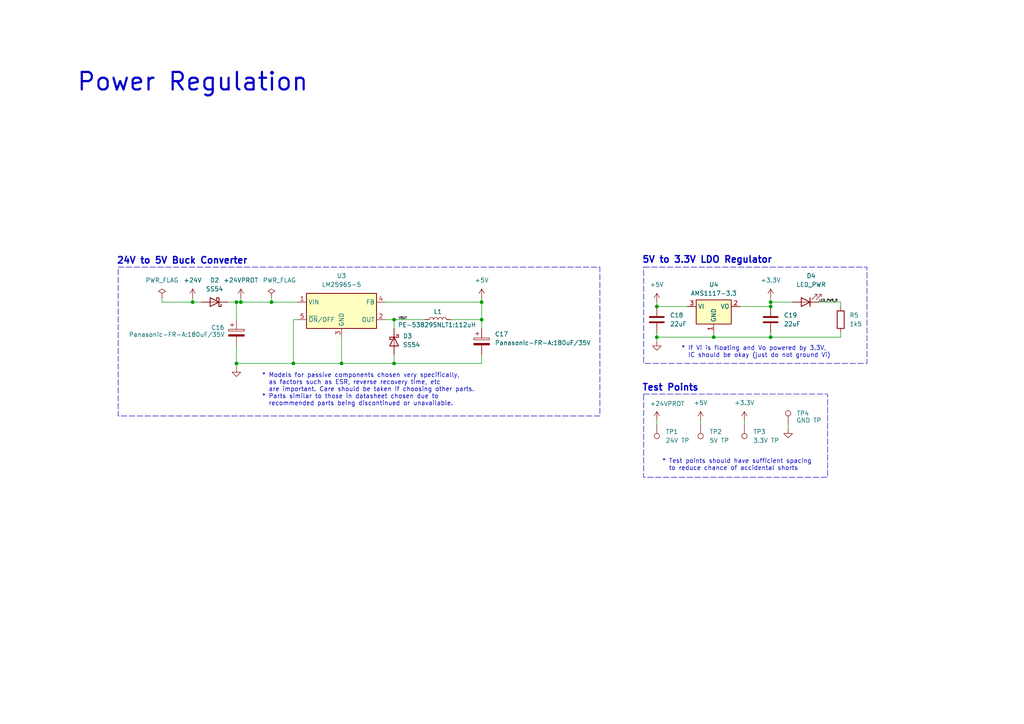
<source format=kicad_sch>
(kicad_sch (version 20231120) (generator "eeschema") (generator_version "8.0")
  (paper "A4")
  (title_block (title "Power Regulation") (date "2024-11-03") (rev "v0.1") (company "OSU DAM Robotics") (comment 1 "Author: Kurtis Dinelle") (comment 2 "Author: Shirley Lam"))
  (lib_symbols
    (symbol "Connector:TestPoint" (pin_numbers hide) (pin_names (offset 0.762) hide)
      (property "Reference" "TP" (at 0 6.858 0))
      (property "Value" "TestPoint" (at 0 5.08 0))
      (symbol "TestPoint_0_1"
        (circle (center 0 3.302) (radius 0.762))
      )
      (symbol "TestPoint_1_1"
        (pin passive line (at 0 0 90) (length 2.54) (name "1") (number "1"))
      )
    )
    (symbol "Device:C" (pin_numbers hide) (pin_names (offset 0.254))
      (property "Reference" "C" (at 0.635 2.54 0))
      (property "Value" "C" (at 0.635 -2.54 0))
      (symbol "C_0_1"
        (polyline (pts (xy -2.032 -0.762) (xy 2.032 -0.762)) (stroke (width 0.508)))
        (polyline (pts (xy -2.032 0.762) (xy 2.032 0.762)) (stroke (width 0.508)))
      )
      (symbol "C_1_1"
        (pin passive line (at 0 3.81 270) (length 2.794) (name "~") (number "1"))
        (pin passive line (at 0 -3.81 90) (length 2.794) (name "~") (number "2"))
      )
    )
    (symbol "Device:C_Polarized" (pin_numbers hide) (pin_names (offset 0.254))
      (property "Reference" "C" (at 0.635 2.54 0))
      (property "Value" "C_Polarized" (at 0.635 -2.54 0))
      (symbol "C_Polarized_0_1"
        (rectangle (start -2.286 0.508) (end 2.286 1.016))
        (polyline (pts (xy -1.778 2.286) (xy -0.762 2.286)))
        (polyline (pts (xy -1.27 2.794) (xy -1.27 1.778)))
        (rectangle (start 2.286 -0.508) (end -2.286 -1.016) (fill (type outline)))
      )
      (symbol "C_Polarized_1_1"
        (pin passive line (at 0 3.81 270) (length 2.794) (name "~") (number "1"))
        (pin passive line (at 0 -3.81 90) (length 2.794) (name "~") (number "2"))
      )
    )
    (symbol "Device:D_Schottky" (pin_numbers hide) (pin_names (offset 1.016) hide)
      (property "Reference" "D" (at 0 2.54 0))
      (property "Value" "D_Schottky" (at 0 -2.54 0))
      (symbol "D_Schottky_0_1"
        (polyline (pts (xy 1.27 0) (xy -1.27 0)))
        (polyline (pts (xy 1.27 1.27) (xy 1.27 -1.27) (xy -1.27 0) (xy 1.27 1.27)) (stroke (width 0.254)))
        (polyline (pts (xy -1.905 0.635) (xy -1.905 1.27) (xy -1.27 1.27) (xy -1.27 -1.27) (xy -0.635 -1.27) (xy -0.635 -0.635)) (stroke (width 0.254)))
      )
      (symbol "D_Schottky_1_1"
        (pin passive line (at -3.81 0 0) (length 2.54) (name "K") (number "1"))
        (pin passive line (at 3.81 0 180) (length 2.54) (name "A") (number "2"))
      )
    )
    (symbol "Device:L" (pin_numbers hide) (pin_names (offset 1.016) hide)
      (property "Reference" "L" (at -1.27 0 90))
      (property "Value" "L" (at 1.905 0 90))
      (symbol "L_0_1"
        (arc (start 0 -2.54) (mid 0.6323 -1.905) (end 0 -1.27))
        (arc (start 0 -1.27) (mid 0.6323 -0.635) (end 0 0))
        (arc (start 0 0) (mid 0.6323 0.635) (end 0 1.27))
        (arc (start 0 1.27) (mid 0.6323 1.905) (end 0 2.54))
      )
      (symbol "L_1_1"
        (pin passive line (at 0 3.81 270) (length 1.27) (name "1") (number "1"))
        (pin passive line (at 0 -3.81 90) (length 1.27) (name "2") (number "2"))
      )
    )
    (symbol "Device:LED" (pin_numbers hide) (pin_names (offset 1.016) hide)
      (property "Reference" "D" (at 0 2.54 0))
      (property "Value" "LED" (at 0 -2.54 0))
      (symbol "LED_0_1"
        (polyline (pts (xy -1.27 -1.27) (xy -1.27 1.27)) (stroke (width 0.254)))
        (polyline (pts (xy -1.27 0) (xy 1.27 0)))
        (polyline (pts (xy 1.27 -1.27) (xy 1.27 1.27) (xy -1.27 0) (xy 1.27 -1.27)) (stroke (width 0.254)))
        (polyline (pts (xy -3.048 -0.762) (xy -4.572 -2.286) (xy -3.81 -2.286) (xy -4.572 -2.286) (xy -4.572 -1.524)))
        (polyline (pts (xy -1.778 -0.762) (xy -3.302 -2.286) (xy -2.54 -2.286) (xy -3.302 -2.286) (xy -3.302 -1.524)))
      )
      (symbol "LED_1_1"
        (pin passive line (at -3.81 0 0) (length 2.54) (name "K") (number "1"))
        (pin passive line (at 3.81 0 180) (length 2.54) (name "A") (number "2"))
      )
    )
    (symbol "Device:R" (pin_numbers hide) (pin_names (offset 0))
      (property "Reference" "R" (at 2.032 0 90))
      (property "Value" "R" (at 0 0 90))
      (symbol "R_0_1"
        (rectangle (start -1.016 -2.54) (end 1.016 2.54) (stroke (width 0.254)))
      )
      (symbol "R_1_1"
        (pin passive line (at 0 3.81 270) (length 1.27) (name "~") (number "1"))
        (pin passive line (at 0 -3.81 90) (length 1.27) (name "~") (number "2"))
      )
    )
    (symbol "Regulator_Linear:AMS1117-3.3"
      (property "Reference" "U" (at -3.81 3.175 0))
      (property "Value" "AMS1117-3.3" (at 0 3.175 0))
      (symbol "AMS1117-3.3_0_1"
        (rectangle (start -5.08 -5.08) (end 5.08 1.905) (stroke (width 0.254)) (fill (type background)))
      )
      (symbol "AMS1117-3.3_1_1"
        (pin power_in line (at 0 -7.62 90) (length 2.54) (name "GND") (number "1"))
        (pin power_out line (at 7.62 0 180) (length 2.54) (name "VO") (number "2"))
        (pin power_in line (at -7.62 0 0) (length 2.54) (name "VI") (number "3"))
      )
    )
    (symbol "Regulator_Switching:LM2596S-5"
      (property "Reference" "U" (at -10.16 6.35 0))
      (property "Value" "LM2596S-5" (at 0 6.35 0))
      (symbol "LM2596S-5_0_1"
        (rectangle (start -10.16 5.08) (end 10.16 -5.08) (stroke (width 0.254)) (fill (type background)))
      )
      (symbol "LM2596S-5_1_1"
        (pin power_in line (at -12.7 2.54 0) (length 2.54) (name "VIN") (number "1"))
        (pin output line (at 12.7 -2.54 180) (length 2.54) (name "OUT") (number "2"))
        (pin power_in line (at 0 -7.62 90) (length 2.54) (name "GND") (number "3"))
        (pin input line (at 12.7 2.54 180) (length 2.54) (name "FB") (number "4"))
        (pin input line (at -12.7 -2.54 0) (length 2.54) (name "~{ON}/OFF") (number "5"))
      )
    )
    (symbol "power:+24V" (power) (pin_numbers hide) (pin_names (offset 0) hide)
      (property "Value" "+24V" (at 0 3.556 0))
      (symbol "+24V_0_1"
        (polyline (pts (xy -0.762 1.27) (xy 0 2.54)))
        (polyline (pts (xy 0 0) (xy 0 2.54)))
        (polyline (pts (xy 0 2.54) (xy 0.762 1.27)))
      )
      (symbol "+24V_1_1"
        (pin power_in line (at 0 0 90) (length 0) (name "~") (number "1"))
      )
    )
    (symbol "power:+3.3V" (power) (pin_numbers hide) (pin_names (offset 0) hide)
      (property "Value" "+3.3V" (at 0 3.556 0))
      (symbol "+3.3V_0_1"
        (polyline (pts (xy -0.762 1.27) (xy 0 2.54)))
        (polyline (pts (xy 0 0) (xy 0 2.54)))
        (polyline (pts (xy 0 2.54) (xy 0.762 1.27)))
      )
      (symbol "+3.3V_1_1"
        (pin power_in line (at 0 0 90) (length 0) (name "~") (number "1"))
      )
    )
    (symbol "power:+5V" (power) (pin_numbers hide) (pin_names (offset 0) hide)
      (property "Value" "+5V" (at 0 3.556 0))
      (symbol "+5V_0_1"
        (polyline (pts (xy -0.762 1.27) (xy 0 2.54)))
        (polyline (pts (xy 0 0) (xy 0 2.54)))
        (polyline (pts (xy 0 2.54) (xy 0.762 1.27)))
      )
      (symbol "+5V_1_1"
        (pin power_in line (at 0 0 90) (length 0) (name "~") (number "1"))
      )
    )
    (symbol "power:GND" (power) (pin_numbers hide) (pin_names (offset 0) hide)
      (property "Value" "GND" (at 0 -3.81 0))
      (symbol "GND_0_1"
        (polyline (pts (xy 0 0) (xy 0 -1.27) (xy 1.27 -1.27) (xy 0 -2.54) (xy -1.27 -1.27) (xy 0 -1.27)))
      )
      (symbol "GND_1_1"
        (pin power_in line (at 0 0 270) (length 0) (name "~") (number "1"))
      )
    )
    (symbol "power:PWR_FLAG" (power) (pin_numbers hide) (pin_names (offset 0) hide)
      (property "Value" "PWR_FLAG" (at 0 3.81 0))
      (symbol "PWR_FLAG_0_0"
        (pin power_out line (at 0 0 90) (length 0) (name "~") (number "1"))
      )
      (symbol "PWR_FLAG_0_1"
        (polyline (pts (xy 0 0) (xy 0 1.27) (xy -1.016 1.905) (xy 0 2.54) (xy 1.016 1.905) (xy 0 1.27)))
      )
    )
  )
  (junction (at 114.3 92.71))
  (junction (at 190.5 97.79))
  (junction (at 139.7 87.63))
  (junction (at 207.01 97.79))
  (junction (at 68.58 87.63))
  (junction (at 78.74 87.63))
  (junction (at 99.06 105.41))
  (junction (at 85.09 105.41))
  (junction (at 223.52 97.79))
  (junction (at 223.52 87.63))
  (junction (at 55.88 87.63))
  (junction (at 223.52 88.9))
  (junction (at 190.5 88.9))
  (junction (at 68.58 105.41))
  (junction (at 69.85 87.63))
  (junction (at 139.7 92.71))
  (junction (at 114.3 105.41))
  (wire (pts (xy 139.7 87.63) (xy 139.7 92.71)))
  (wire (pts (xy 214.63 88.9) (xy 223.52 88.9)))
  (wire (pts (xy 78.74 86.36) (xy 78.74 87.63)))
  (wire (pts (xy 85.09 105.41) (xy 99.06 105.41)))
  (wire (pts (xy 114.3 92.71) (xy 123.19 92.71)))
  (wire (pts (xy 99.06 97.79) (xy 99.06 105.41)))
  (wire (pts (xy 85.09 92.71) (xy 85.09 105.41)))
  (wire (pts (xy 243.84 88.9) (xy 243.84 87.63)))
  (wire (pts (xy 228.6 124.46) (xy 228.6 123.19)))
  (wire (pts (xy 190.5 87.63) (xy 190.5 88.9)))
  (wire (pts (xy 243.84 97.79) (xy 243.84 96.52)))
  (wire (pts (xy 68.58 106.68) (xy 68.58 105.41)))
  (wire (pts (xy 66.04 87.63) (xy 68.58 87.63)))
  (wire (pts (xy 190.5 121.92) (xy 190.5 123.19)))
  (wire (pts (xy 68.58 92.71) (xy 68.58 87.63)))
  (wire (pts (xy 78.74 87.63) (xy 86.36 87.63)))
  (wire (pts (xy 223.52 97.79) (xy 223.52 96.52)))
  (wire (pts (xy 68.58 105.41) (xy 85.09 105.41)))
  (wire (pts (xy 207.01 97.79) (xy 223.52 97.79)))
  (wire (pts (xy 99.06 105.41) (xy 114.3 105.41)))
  (wire (pts (xy 68.58 100.33) (xy 68.58 105.41)))
  (wire (pts (xy 223.52 87.63) (xy 223.52 88.9)))
  (wire (pts (xy 68.58 87.63) (xy 69.85 87.63)))
  (wire (pts (xy 203.2 121.92) (xy 203.2 123.19)))
  (wire (pts (xy 190.5 97.79) (xy 207.01 97.79)))
  (wire (pts (xy 223.52 86.36) (xy 223.52 87.63)))
  (wire (pts (xy 46.99 86.36) (xy 46.99 87.63)))
  (wire (pts (xy 114.3 105.41) (xy 139.7 105.41)))
  (wire (pts (xy 223.52 97.79) (xy 243.84 97.79)))
  (wire (pts (xy 69.85 86.36) (xy 69.85 87.63)))
  (wire (pts (xy 190.5 88.9) (xy 199.39 88.9)))
  (wire (pts (xy 243.84 87.63) (xy 237.49 87.63)))
  (wire (pts (xy 69.85 87.63) (xy 78.74 87.63)))
  (wire (pts (xy 139.7 86.36) (xy 139.7 87.63)))
  (wire (pts (xy 114.3 92.71) (xy 114.3 95.25)))
  (wire (pts (xy 139.7 95.25) (xy 139.7 92.71)))
  (wire (pts (xy 46.99 87.63) (xy 55.88 87.63)))
  (wire (pts (xy 111.76 87.63) (xy 139.7 87.63)))
  (wire (pts (xy 130.81 92.71) (xy 139.7 92.71)))
  (wire (pts (xy 223.52 87.63) (xy 229.87 87.63)))
  (wire (pts (xy 55.88 87.63) (xy 55.88 86.36)))
  (wire (pts (xy 139.7 105.41) (xy 139.7 102.87)))
  (wire (pts (xy 190.5 97.79) (xy 190.5 96.52)))
  (wire (pts (xy 215.9 121.92) (xy 215.9 123.19)))
  (wire (pts (xy 190.5 97.79) (xy 190.5 99.06)))
  (wire (pts (xy 207.01 97.79) (xy 207.01 96.52)))
  (wire (pts (xy 114.3 102.87) (xy 114.3 105.41)))
  (wire (pts (xy 111.76 92.71) (xy 114.3 92.71)))
  (wire (pts (xy 86.36 92.71) (xy 85.09 92.71)))
  (wire (pts (xy 58.42 87.63) (xy 55.88 87.63)))
  (rectangle (start 186.69 114.3) (end 240.03 138.43) (stroke (width 0) (type dash)))
  (rectangle (start 34.29 77.47) (end 173.99 120.65) (stroke (width 0) (type dash)))
  (rectangle (start 186.69 77.47) (end 251.46 105.41) (stroke (width 0) (type dash)))
  (text "24V to 5V Buck Converter" (at 33.782 75.692 0) (effects (font (size 1.905 1.905) (thickness 0.381) (bold yes)) (justify left)))
  (text "5V to 3.3V LDO Regulator" (at 186.182 75.438 0) (effects (font (size 1.905 1.905) (thickness 0.381) (bold yes)) (justify left)))
  (text "* If Vi is floating and Vo powered by 3.3V,\n  IC should be okay (just do not ground Vi)" (at 197.612 102.108 0) (effects (font (size 1.27 1.27)) (justify left)))
  (text "Test Points" (at 186.182 112.522 0) (effects (font (size 1.905 1.905) (thickness 0.381) (bold yes)) (justify left)))
  (text "* Models for passive components chosen very specifically,\n  as factors such as ESR, reverse recovery time, etc\n  are important. Care should be taken if choosing other parts.\n* Parts similar to those in datasheet chosen due to\n  recommended parts being discontinued or unavailable." (at 75.946 113.03 0) (effects (font (size 1.27 1.27)) (justify left)))
  (text "* Test points should have sufficient spacing\n  to reduce chance of accidental shorts" (at 192.024 134.874 0) (effects (font (size 1.27 1.27)) (justify left)))
  (text "Power Regulation" (at 22.098 23.876 0) (effects (font (size 5.08 5.08) (thickness 0.635)) (justify left)))
  (label "VOUT" (at 115.57 92.71 0) (effects (font (size 0.635 0.635))))
  (label "LED_PWR_R" (at 237.49 87.63 0) (effects (font (size 0.635 0.635))))
  (symbol (lib_id "Device:D_Schottky") (at 62.23 87.63 180) (unit 1)
    (property "Reference" "D2" (at 62.23 81.28 0))
    (property "Value" "SS54" (at 62.23 83.82 0))
    (property "Footprint" "Diode_SMD:D_SMA" (effects (hide yes)))
    (property "Datasheet" "https://www.lcsc.com/datasheet/lcsc_datasheet_2407101107_MDD-Microdiode-Semiconductor-SS54_C22452.pdf" (effects (hide yes)))
    (property "Description" "Schottky diode" (effects (hide yes)))
    (property "LCSC" "C22452" (effects (hide yes)))
  )
  (symbol (lib_id "Device:D_Schottky") (at 114.3 99.06 270) (unit 1)
    (property "Reference" "D3" (at 116.84 97.4724 90) (effects (justify left)))
    (property "Value" "SS54" (at 116.84 100.0124 90) (effects (justify left)))
    (property "Footprint" "Diode_SMD:D_SMA" (effects (hide yes)))
    (property "Datasheet" "https://www.lcsc.com/datasheet/lcsc_datasheet_2407101107_MDD-Microdiode-Semiconductor-SS54_C22452.pdf" (effects (hide yes)))
    (property "Description" "Schottky diode" (effects (hide yes)))
    (property "LCSC" "C22452" (effects (hide yes)))
  )
  (symbol (lib_id "Device:C_Polarized") (at 139.7 99.06 0) (unit 1)
    (property "Reference" "C17" (at 143.51 96.9009 0) (effects (justify left)))
    (property "Value" "Panasonic-FR-A:180uF/35V" (at 143.51 99.4409 0) (effects (justify left)))
    (property "Footprint" "Capacitor_THT:CP_Radial_D8.0mm_P5.00mm" (effects (hide yes)))
    (property "Datasheet" "https://www.mouser.com/datasheet/2/315/ABA0000C1259-2323494.pdf" (effects (hide yes)))
    (property "Description" "Polarized capacitor" (effects (hide yes)))
  )
  (symbol (lib_id "Device:R") (at 243.84 92.71 180) (unit 1)
    (property "Reference" "R5" (at 246.38 91.4399 0) (effects (justify right)))
    (property "Value" "1k5" (at 246.38 93.9799 0) (effects (justify right)))
    (property "Footprint" "Resistor_SMD:R_0402_1005Metric" (effects (hide yes)))
    (property "Description" "Resistor" (effects (hide yes)))
    (property "LCSC" "C25867" (effects (hide yes)))
  )
  (symbol (lib_id "power:+5V") (at 139.7 86.36 0) (unit 1)
    (property "Reference" "#PWR024" (effects (hide yes)))
    (property "Value" "+5V" (at 139.7 81.28 0))
    (property "Description" "Power symbol creates a global label with name \"+5V\"" (effects (hide yes)))
  )
  (symbol (lib_id "Device:C") (at 223.52 92.71 0) (unit 1)
    (property "Reference" "C19" (at 227.33 91.4399 0) (effects (justify left)))
    (property "Value" "22uF" (at 227.33 93.9799 0) (effects (justify left)))
    (property "Footprint" "Capacitor_SMD:C_0805_2012Metric" (effects (hide yes)))
    (property "Description" "Unpolarized capacitor" (effects (hide yes)))
    (property "LCSC" "C45783" (effects (hide yes)))
  )
  (symbol (lib_id "power:+3.3V") (at 215.9 121.92 0) (unit 1)
    (property "Reference" "#PWR029" (effects (hide yes)))
    (property "Value" "+3.3V" (at 215.9 116.84 0))
    (property "Description" "Power symbol creates a global label with name \"+3.3V\"" (effects (hide yes)))
  )
  (symbol (lib_id "Regulator_Linear:AMS1117-3.3") (at 207.01 88.9 0) (unit 1)
    (property "Reference" "U4" (at 207.01 82.55 0))
    (property "Value" "AMS1117-3.3" (at 207.01 85.09 0))
    (property "Footprint" "Package_TO_SOT_SMD:SOT-223-3_TabPin2" (effects (hide yes)))
    (property "Datasheet" "http://www.advanced-monolithic.com/pdf/ds1117.pdf" (effects (hide yes)))
    (property "Description" "1A Low Dropout regulator, positive, 3.3V fixed output, SOT-223" (effects (hide yes)))
    (property "LCSC" "C6186" (effects (hide yes)))
  )
  (symbol (lib_id "Regulator_Switching:LM2596S-5") (at 99.06 90.17 0) (unit 1)
    (property "Reference" "U3" (at 99.06 80.01 0))
    (property "Value" "LM2596S-5" (at 99.06 82.55 0))
    (property "Footprint" "Package_TO_SOT_SMD:TO-263-5_TabPin3" (effects (hide yes)))
    (property "Datasheet" "http://www.ti.com/lit/ds/symlink/lm2596.pdf" (effects (hide yes)))
    (property "Description" "5V 3A Step-Down Voltage Regulator, TO-263" (effects (hide yes)))
    (property "LCSC" "C347421" (effects (hide yes)))
  )
  (symbol (lib_id "power:PWR_FLAG") (at 78.74 86.36 0) (unit 1)
    (property "Reference" "#FLG03" (effects (hide yes)))
    (property "Value" "PWR_FLAG" (at 81.026 81.28 0))
    (property "Description" "Special symbol for telling ERC where power comes from" (effects (hide yes)))
  )
  (symbol (lib_id "power:+3.3V") (at 223.52 86.36 0) (unit 1)
    (property "Reference" "#PWR030" (effects (hide yes)))
    (property "Value" "+3.3V" (at 223.52 81.28 0))
    (property "Description" "Power symbol creates a global label with name \"+3.3V\"" (effects (hide yes)))
  )
  (symbol (lib_id "Device:L") (at 127 92.71 90) (unit 1)
    (property "Reference" "L1" (at 127 90.424 90))
    (property "Value" "PE-53829SNLT1:112uH" (at 126.746 94.234 90))
    (property "Footprint" "PE53829SNLT:IND_829SNLT_PUL" (effects (hide yes)))
    (property "Datasheet" "https://wmsc.lcsc.com/wmsc/upload/file/pdf/v2/lcsc/2403291727_Pulse-Elec-PE-53829SNLT_C2453068.pdf" (effects (hide yes)))
    (property "Description" "Inductor" (effects (hide yes)))
    (property "LCSC" "C2453068" (effects (hide yes)))
  )
  (symbol (lib_id "power:GND") (at 68.58 106.68 0) (unit 1)
    (property "Reference" "#PWR023" (effects (hide yes)))
    (property "Value" "GND" (effects (hide yes)))
    (property "Description" "Power symbol creates a global label with name \"GND\" , ground" (effects (hide yes)))
  )
  (symbol (lib_id "Device:C") (at 190.5 92.71 0) (unit 1)
    (property "Reference" "C18" (at 194.31 91.4399 0) (effects (justify left)))
    (property "Value" "22uF" (at 194.31 93.9799 0) (effects (justify left)))
    (property "Footprint" "Capacitor_SMD:C_0805_2012Metric" (effects (hide yes)))
    (property "Description" "Unpolarized capacitor" (effects (hide yes)))
    (property "LCSC" "C45783" (effects (hide yes)))
  )
  (symbol (lib_id "Device:LED") (at 233.68 87.63 180) (unit 1)
    (property "Reference" "D4" (at 235.2675 80.01 0))
    (property "Value" "LED_PWR" (at 235.2675 82.55 0))
    (property "Footprint" "LED_SMD:LED_0603_1608Metric" (effects (hide yes)))
    (property "Description" "Light emitting diode" (effects (hide yes)))
    (property "LCSC" "C2286" (effects (hide yes)))
  )
  (symbol (lib_id "power:+24V") (at 190.5 121.92 0) (unit 1)
    (property "Reference" "#PWR027" (effects (hide yes)))
    (property "Value" "+24VPROT" (at 188.468 117.094 0) (effects (justify left)))
    (property "Description" "Power symbol creates a global label with name \"+24V\"" (effects (hide yes)))
  )
  (symbol (lib_id "Device:C_Polarized") (at 68.58 96.52 0) (unit 1)
    (property "Reference" "C16" (at 61.214 94.996 0) (effects (justify left)))
    (property "Value" "Panasonic-FR-A:180uF/35V" (at 37.338 97.028 0) (effects (justify left)))
    (property "Footprint" "Capacitor_THT:CP_Radial_D8.0mm_P5.00mm" (effects (hide yes)))
    (property "Datasheet" "https://www.mouser.com/datasheet/2/315/ABA0000C1259-2323494.pdf" (effects (hide yes)))
    (property "Description" "Polarized capacitor" (effects (hide yes)))
  )
  (symbol (lib_id "power:GND") (at 190.5 99.06 0) (unit 1)
    (property "Reference" "#PWR026" (effects (hide yes)))
    (property "Value" "GND" (effects (hide yes)))
    (property "Description" "Power symbol creates a global label with name \"GND\" , ground" (effects (hide yes)))
  )
  (symbol (lib_id "power:+24V") (at 69.85 86.36 0) (unit 1)
    (property "Reference" "#PWR046" (effects (hide yes)))
    (property "Value" "+24VPROT" (at 69.85 81.28 0))
    (property "Description" "Power symbol creates a global label with name \"+24V\"" (effects (hide yes)))
  )
  (symbol (lib_id "power:+5V") (at 203.2 121.92 0) (unit 1)
    (property "Reference" "#PWR028" (effects (hide yes)))
    (property "Value" "+5V" (at 203.2 116.84 0))
    (property "Description" "Power symbol creates a global label with name \"+5V\"" (effects (hide yes)))
  )
  (symbol (lib_id "power:+24V") (at 55.88 86.36 0) (unit 1)
    (property "Reference" "#PWR022" (effects (hide yes)))
    (property "Value" "+24V" (at 55.88 81.28 0))
    (property "Description" "Power symbol creates a global label with name \"+24V\"" (effects (hide yes)))
  )
  (symbol (lib_id "Connector:TestPoint") (at 203.2 123.19 180) (unit 1)
    (property "Reference" "TP2" (at 205.74 125.2219 0) (effects (justify right)))
    (property "Value" "5V TP" (at 205.74 127.7619 0) (effects (justify right)))
    (property "Footprint" "Connector_PinHeader_2.54mm:PinHeader_1x01_P2.54mm_Vertical" (effects (hide yes)))
    (property "Description" "test point" (effects (hide yes)))
  )
  (symbol (lib_id "power:+5V") (at 190.5 87.63 0) (unit 1)
    (property "Reference" "#PWR025" (effects (hide yes)))
    (property "Value" "+5V" (at 190.5 82.55 0))
    (property "Description" "Power symbol creates a global label with name \"+5V\"" (effects (hide yes)))
  )
  (symbol (lib_id "power:PWR_FLAG") (at 46.99 86.36 0) (unit 1)
    (property "Reference" "#FLG02" (effects (hide yes)))
    (property "Value" "PWR_FLAG" (at 46.99 81.28 0))
    (property "Description" "Special symbol for telling ERC where power comes from" (effects (hide yes)))
  )
  (symbol (lib_id "Connector:TestPoint") (at 190.5 123.19 180) (unit 1)
    (property "Reference" "TP1" (at 193.04 125.2219 0) (effects (justify right)))
    (property "Value" "24V TP" (at 193.04 127.7619 0) (effects (justify right)))
    (property "Footprint" "Connector_PinHeader_2.54mm:PinHeader_1x01_P2.54mm_Vertical" (effects (hide yes)))
    (property "Description" "test point" (effects (hide yes)))
  )
  (symbol (lib_id "Connector:TestPoint") (at 228.6 123.19 0) (unit 1)
    (property "Reference" "TP4" (at 234.696 119.888 0) (effects (justify right)))
    (property "Value" "GND TP" (at 238.252 121.92 0) (effects (justify right)))
    (property "Footprint" "Connector_PinHeader_2.54mm:PinHeader_1x01_P2.54mm_Vertical" (effects (hide yes)))
    (property "Description" "test point" (effects (hide yes)))
  )
  (symbol (lib_id "Connector:TestPoint") (at 215.9 123.19 180) (unit 1)
    (property "Reference" "TP3" (at 218.44 125.2219 0) (effects (justify right)))
    (property "Value" "3.3V TP" (at 218.44 127.7619 0) (effects (justify right)))
    (property "Footprint" "Connector_PinHeader_2.54mm:PinHeader_1x01_P2.54mm_Vertical" (effects (hide yes)))
    (property "Description" "test point" (effects (hide yes)))
  )
  (symbol (lib_id "power:GND") (at 228.6 124.46 0) (unit 1)
    (property "Reference" "#PWR031" (effects (hide yes)))
    (property "Value" "GND" (effects (hide yes)))
    (property "Description" "Power symbol creates a global label with name \"GND\" , ground" (effects (hide yes)))
  )
)
</source>
